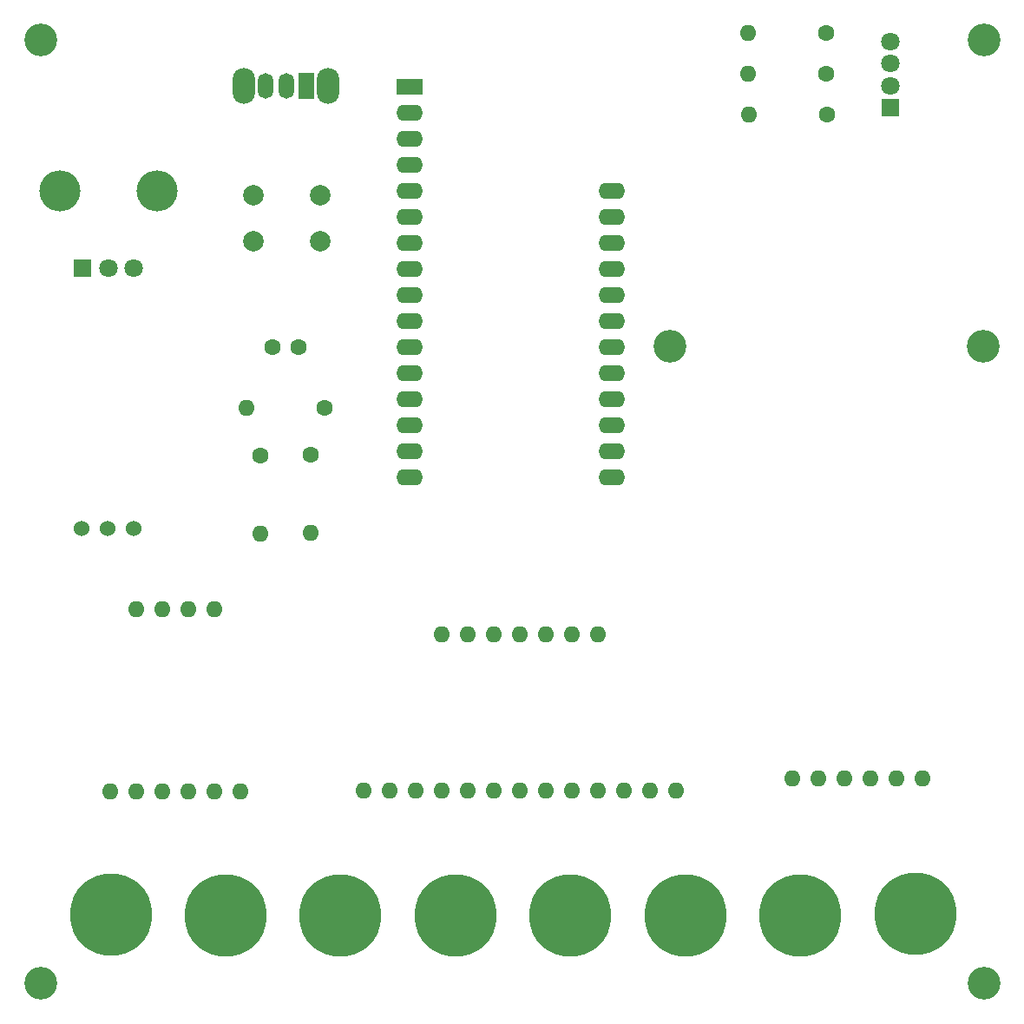
<source format=gts>
G04 #@! TF.GenerationSoftware,KiCad,Pcbnew,8.0.8*
G04 #@! TF.CreationDate,2025-02-10T20:43:35+01:00*
G04 #@! TF.ProjectId,tesi,74657369-2e6b-4696-9361-645f70636258,rev?*
G04 #@! TF.SameCoordinates,Original*
G04 #@! TF.FileFunction,Soldermask,Top*
G04 #@! TF.FilePolarity,Negative*
%FSLAX46Y46*%
G04 Gerber Fmt 4.6, Leading zero omitted, Abs format (unit mm)*
G04 Created by KiCad (PCBNEW 8.0.8) date 2025-02-10 20:43:35*
%MOMM*%
%LPD*%
G01*
G04 APERTURE LIST*
G04 Aperture macros list*
%AMRoundRect*
0 Rectangle with rounded corners*
0 $1 Rounding radius*
0 $2 $3 $4 $5 $6 $7 $8 $9 X,Y pos of 4 corners*
0 Add a 4 corners polygon primitive as box body*
4,1,4,$2,$3,$4,$5,$6,$7,$8,$9,$2,$3,0*
0 Add four circle primitives for the rounded corners*
1,1,$1+$1,$2,$3*
1,1,$1+$1,$4,$5*
1,1,$1+$1,$6,$7*
1,1,$1+$1,$8,$9*
0 Add four rect primitives between the rounded corners*
20,1,$1+$1,$2,$3,$4,$5,0*
20,1,$1+$1,$4,$5,$6,$7,0*
20,1,$1+$1,$6,$7,$8,$9,0*
20,1,$1+$1,$8,$9,$2,$3,0*%
G04 Aperture macros list end*
%ADD10C,1.600000*%
%ADD11O,1.600000X1.600000*%
%ADD12RoundRect,0.250000X-1.050000X-0.550000X1.050000X-0.550000X1.050000X0.550000X-1.050000X0.550000X0*%
%ADD13O,2.600000X1.600000*%
%ADD14C,8.000000*%
%ADD15C,3.200000*%
%ADD16O,2.200000X3.500000*%
%ADD17R,1.500000X2.500000*%
%ADD18O,1.500000X2.500000*%
%ADD19C,1.524000*%
%ADD20R,1.800000X1.800000*%
%ADD21C,1.800000*%
%ADD22C,2.000000*%
%ADD23O,4.000000X4.000000*%
G04 APERTURE END LIST*
D10*
X129043759Y-58829548D03*
D11*
X121423759Y-58829548D03*
D12*
X88382159Y-60130500D03*
D13*
X88382159Y-62670500D03*
X88382159Y-65210500D03*
X88382159Y-67750500D03*
X88382159Y-70290500D03*
X88382159Y-72830500D03*
X88382159Y-75370500D03*
X88382159Y-77910500D03*
X88382159Y-80450500D03*
X88382159Y-82990500D03*
X88382159Y-85530500D03*
X88382159Y-88070500D03*
X88382159Y-90610500D03*
X88382159Y-93150500D03*
X88382159Y-95690500D03*
X88382159Y-98230500D03*
X108102159Y-98230500D03*
X108102159Y-95690500D03*
X108102159Y-93150500D03*
X108102159Y-90610500D03*
X108102159Y-88070500D03*
X108102159Y-85530500D03*
X108102159Y-82990500D03*
X108102159Y-80450500D03*
X108102159Y-77910500D03*
X108102159Y-75370500D03*
X108102159Y-72830500D03*
X108102159Y-70290500D03*
D14*
X59223759Y-140874600D03*
D11*
X64223759Y-128830000D03*
X59143759Y-128830000D03*
X61683759Y-128830000D03*
X64223759Y-111050000D03*
X61683759Y-111050000D03*
X71843759Y-128830000D03*
X66763759Y-111050000D03*
X69303759Y-111050000D03*
X69303759Y-128830000D03*
X66763759Y-128830000D03*
D10*
X78723759Y-96015382D03*
D11*
X78723759Y-103635382D03*
X94017259Y-113554600D03*
X99097259Y-113554600D03*
X96557259Y-113554600D03*
X91477259Y-113554600D03*
X104177259Y-113554600D03*
X101637259Y-113554600D03*
X83884259Y-128818600D03*
X86424259Y-128818600D03*
X88964259Y-128818600D03*
X91504259Y-128818600D03*
X94044259Y-128818600D03*
X96584259Y-128818600D03*
X99124259Y-128818600D03*
X101664259Y-128818600D03*
X104204259Y-128818600D03*
X106744259Y-128818600D03*
X109284259Y-128818600D03*
X111824259Y-128818600D03*
X114364259Y-128818600D03*
X106717259Y-113554600D03*
D10*
X75045959Y-85495382D03*
X77585959Y-85495382D03*
D14*
X104080859Y-140950900D03*
D11*
X125719059Y-127560000D03*
X128259059Y-127560000D03*
X130799059Y-127560000D03*
X133339059Y-127560000D03*
X135879059Y-127560000D03*
X138419059Y-127560000D03*
D10*
X73823759Y-96085382D03*
D11*
X73823759Y-103705382D03*
D15*
X113803440Y-85411602D03*
D14*
X126509459Y-140950900D03*
D10*
X129103759Y-62829548D03*
D11*
X121483759Y-62829548D03*
D14*
X70438059Y-140950900D03*
D16*
X80423759Y-60000000D03*
X72223759Y-60000000D03*
D17*
X78323759Y-60000000D03*
D18*
X76323759Y-60000000D03*
X74323759Y-60000000D03*
D14*
X115295159Y-140950900D03*
D19*
X61458759Y-103250000D03*
X58918759Y-103250000D03*
X56378759Y-103250000D03*
D20*
X135292478Y-62159000D03*
D21*
X135292478Y-60000000D03*
X135292478Y-57841000D03*
X135292478Y-55682000D03*
D22*
X79623759Y-75172691D03*
X73123759Y-75172691D03*
X79623759Y-70672691D03*
X73123759Y-70672691D03*
D15*
X144402159Y-55575000D03*
X52402159Y-55575000D03*
X144322301Y-85440694D03*
X144402159Y-147575000D03*
X52402159Y-147575000D03*
D10*
X80125959Y-91405382D03*
D11*
X72505959Y-91405382D03*
D14*
X81652359Y-140950900D03*
D10*
X129043759Y-54829548D03*
D11*
X121423759Y-54829548D03*
D14*
X92866659Y-140950900D03*
D23*
X54223759Y-70277758D03*
X63723759Y-70277758D03*
D20*
X56473759Y-77777758D03*
D21*
X58973759Y-77777758D03*
X61473759Y-77777758D03*
D14*
X137723759Y-140840500D03*
M02*

</source>
